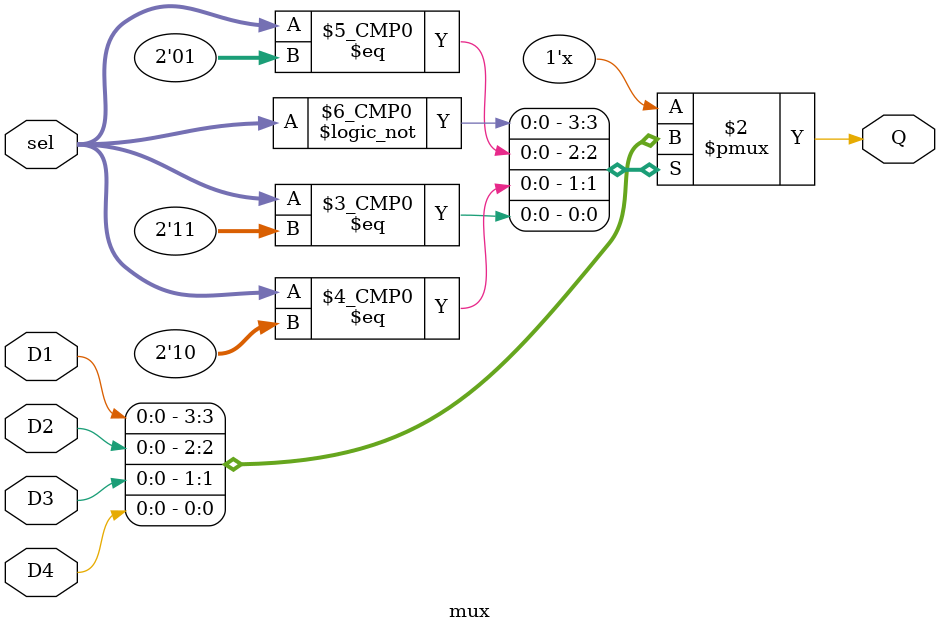
<source format=v>

module mux(
	input D1,D2,D3,D4,
	input [1:0] sel,
	output reg Q
	);
	
	always @(*)
	begin
	
		case(sel)
			2'b00  : Q <= D1;
			2'b01  : Q <= D2;
			2'b10  : Q <= D3;
			2'b11  : Q <= D4;
			default: Q <= Q;
		endcase
		
	end	
	
endmodule

</source>
